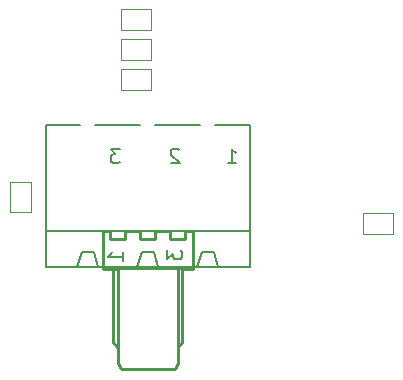
<source format=gbo>
G04 #@! TF.FileFunction,Legend,Bot*
%FSLAX46Y46*%
G04 Gerber Fmt 4.6, Leading zero omitted, Abs format (unit mm)*
G04 Created by KiCad (PCBNEW 4.0.6) date 05/24/17 17:40:22*
%MOMM*%
%LPD*%
G01*
G04 APERTURE LIST*
%ADD10C,0.100000*%
%ADD11C,0.152400*%
%ADD12C,0.120000*%
%ADD13C,0.254000*%
%ADD14C,0.127000*%
%ADD15C,0.177800*%
G04 APERTURE END LIST*
D10*
D11*
X127636000Y-100888000D02*
X127636000Y-109905000D01*
X127636000Y-100888000D02*
X124715000Y-100888000D01*
X123445000Y-100888000D02*
X119635000Y-100888000D01*
X113285000Y-100888000D02*
X110364000Y-100888000D01*
X127636000Y-109905000D02*
X110364000Y-109905000D01*
X110364000Y-100888000D02*
X110364000Y-109905000D01*
X127636000Y-112953000D02*
X124969000Y-112953000D01*
X127636000Y-109905000D02*
X127636000Y-112953000D01*
X110364000Y-109905000D02*
X110364000Y-112953000D01*
X123191000Y-112953000D02*
X123572000Y-111683000D01*
X123191000Y-112953000D02*
X119889000Y-112953000D01*
X123572000Y-111683000D02*
X124588000Y-111683000D01*
X124969000Y-112953000D02*
X124588000Y-111683000D01*
X124969000Y-112953000D02*
X123191000Y-112953000D01*
X118111000Y-112953000D02*
X118492000Y-111683000D01*
X118111000Y-112953000D02*
X114809000Y-112953000D01*
X114809000Y-112953000D02*
X113031000Y-112953000D01*
X113031000Y-112953000D02*
X110364000Y-112953000D01*
X119889000Y-112953000D02*
X119508000Y-111683000D01*
X119889000Y-112953000D02*
X118111000Y-112953000D01*
X119508000Y-111683000D02*
X118492000Y-111683000D01*
X114428000Y-111683000D02*
X113412000Y-111683000D01*
X113031000Y-112953000D02*
X113412000Y-111683000D01*
X114809000Y-112953000D02*
X114428000Y-111683000D01*
X118365000Y-100888000D02*
X114555000Y-100888000D01*
D12*
X116730000Y-91110000D02*
X119270000Y-91110000D01*
X119270000Y-92890000D02*
X116730000Y-92890000D01*
X119270000Y-92890000D02*
X119270000Y-91110000D01*
X116730000Y-91110000D02*
X116730000Y-92890000D01*
X137230000Y-108360000D02*
X139770000Y-108360000D01*
X139770000Y-110140000D02*
X137230000Y-110140000D01*
X139770000Y-110140000D02*
X139770000Y-108360000D01*
X137230000Y-108360000D02*
X137230000Y-110140000D01*
X107360000Y-108270000D02*
X107360000Y-105730000D01*
X109140000Y-105730000D02*
X109140000Y-108270000D01*
X109140000Y-105730000D02*
X107360000Y-105730000D01*
X107360000Y-108270000D02*
X109140000Y-108270000D01*
X116730000Y-93610000D02*
X119270000Y-93610000D01*
X119270000Y-95390000D02*
X116730000Y-95390000D01*
X119270000Y-95390000D02*
X119270000Y-93610000D01*
X116730000Y-93610000D02*
X116730000Y-95390000D01*
X116730000Y-96110000D02*
X119270000Y-96110000D01*
X119270000Y-97890000D02*
X116730000Y-97890000D01*
X119270000Y-97890000D02*
X119270000Y-96110000D01*
X116730000Y-96110000D02*
X116730000Y-97890000D01*
D13*
X115190000Y-113080000D02*
X115190000Y-109905000D01*
X115190000Y-109905000D02*
X115825000Y-109905000D01*
X115825000Y-109905000D02*
X115825000Y-110540000D01*
X115825000Y-110540000D02*
X117095000Y-110540000D01*
X117095000Y-110540000D02*
X117095000Y-109905000D01*
X117095000Y-109905000D02*
X118365000Y-109905000D01*
X118365000Y-109905000D02*
X118365000Y-110540000D01*
X118365000Y-110540000D02*
X119635000Y-110540000D01*
X119635000Y-110540000D02*
X119635000Y-109905000D01*
X119635000Y-109905000D02*
X120905000Y-109905000D01*
X120905000Y-109905000D02*
X120905000Y-110540000D01*
X120905000Y-110540000D02*
X122175000Y-110540000D01*
X122175000Y-110540000D02*
X122175000Y-109905000D01*
X122175000Y-109905000D02*
X122810000Y-109905000D01*
X122810000Y-109905000D02*
X122810000Y-113080000D01*
X122810000Y-113080000D02*
X121921000Y-113080000D01*
D14*
X121921000Y-113080000D02*
X121540000Y-113080000D01*
X121540000Y-113080000D02*
X116460000Y-113080000D01*
D13*
X116460000Y-113080000D02*
X116079000Y-113080000D01*
X116079000Y-113080000D02*
X115190000Y-113080000D01*
X116460000Y-113080000D02*
X116460000Y-121081000D01*
X116460000Y-121081000D02*
X116714000Y-121589000D01*
X116714000Y-121589000D02*
X121286000Y-121589000D01*
X121540000Y-113080000D02*
X121540000Y-121081000D01*
X121540000Y-121081000D02*
X121286000Y-121589000D01*
X121921000Y-113080000D02*
X121921000Y-119303000D01*
X121921000Y-119303000D02*
X121588260Y-119658600D01*
X116079000Y-113080000D02*
X116079000Y-119303000D01*
X116079000Y-119303000D02*
X116411740Y-119658600D01*
D14*
X125767286Y-104100798D02*
X126456714Y-104100798D01*
X126112000Y-104100798D02*
X126112000Y-102894298D01*
X126226905Y-103066655D01*
X126341810Y-103181560D01*
X126456714Y-103239012D01*
X121630714Y-103009202D02*
X121573262Y-102951750D01*
X121458357Y-102894298D01*
X121171095Y-102894298D01*
X121056191Y-102951750D01*
X120998738Y-103009202D01*
X120941286Y-103124107D01*
X120941286Y-103239012D01*
X120998738Y-103411369D01*
X121688167Y-104100798D01*
X120941286Y-104100798D01*
X116608167Y-102894298D02*
X115861286Y-102894298D01*
X116263453Y-103353917D01*
X116091095Y-103353917D01*
X115976191Y-103411369D01*
X115918738Y-103468821D01*
X115861286Y-103583726D01*
X115861286Y-103870988D01*
X115918738Y-103985893D01*
X115976191Y-104043345D01*
X116091095Y-104100798D01*
X116435810Y-104100798D01*
X116550714Y-104043345D01*
X116608167Y-103985893D01*
D15*
X116884664Y-112398917D02*
X116884664Y-111673203D01*
X116884664Y-112036060D02*
X115614664Y-112036060D01*
X115796092Y-111915108D01*
X115917045Y-111794155D01*
X115977521Y-111673203D01*
X120641324Y-111485727D02*
X120641324Y-112271917D01*
X121125133Y-111848584D01*
X121125133Y-112030012D01*
X121185610Y-112150965D01*
X121246086Y-112211441D01*
X121367038Y-112271917D01*
X121669419Y-112271917D01*
X121790371Y-112211441D01*
X121850848Y-112150965D01*
X121911324Y-112030012D01*
X121911324Y-111667155D01*
X121850848Y-111546203D01*
X121790371Y-111485727D01*
M02*

</source>
